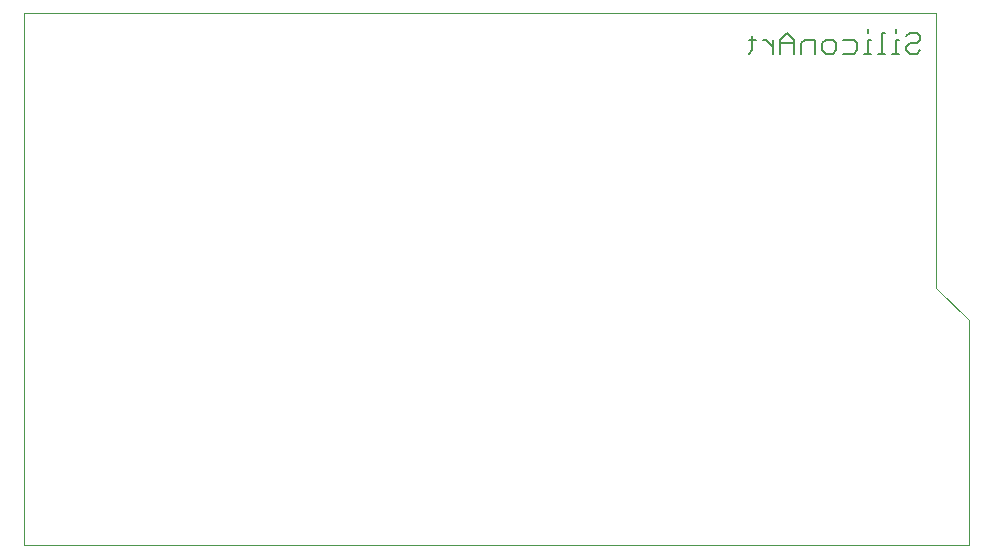
<source format=gbo>
G75*
%MOIN*%
%OFA0B0*%
%FSLAX24Y24*%
%IPPOS*%
%LPD*%
%AMOC8*
5,1,8,0,0,1.08239X$1,22.5*
%
%ADD10C,0.0000*%
%ADD11C,0.0060*%
D10*
X000149Y000149D02*
X000149Y017866D01*
X030563Y017866D01*
X030563Y008712D01*
X031645Y007630D01*
X031645Y000149D01*
X000149Y000149D01*
D11*
X024325Y016518D02*
X024442Y016635D01*
X024442Y017102D01*
X024559Y016985D02*
X024325Y016985D01*
X024792Y016985D02*
X024908Y016985D01*
X025142Y016751D01*
X025142Y016518D02*
X025142Y016985D01*
X025375Y016985D02*
X025375Y016518D01*
X025375Y016868D02*
X025842Y016868D01*
X025842Y016985D02*
X025608Y017218D01*
X025375Y016985D01*
X025842Y016985D02*
X025842Y016518D01*
X026074Y016518D02*
X026074Y016868D01*
X026191Y016985D01*
X026541Y016985D01*
X026541Y016518D01*
X026774Y016635D02*
X026774Y016868D01*
X026891Y016985D01*
X027125Y016985D01*
X027241Y016868D01*
X027241Y016635D01*
X027125Y016518D01*
X026891Y016518D01*
X026774Y016635D01*
X027474Y016518D02*
X027824Y016518D01*
X027941Y016635D01*
X027941Y016868D01*
X027824Y016985D01*
X027474Y016985D01*
X028291Y016985D02*
X028291Y016518D01*
X028408Y016518D02*
X028174Y016518D01*
X028641Y016518D02*
X028874Y016518D01*
X028757Y016518D02*
X028757Y017218D01*
X028874Y017218D01*
X029224Y017218D02*
X029224Y017335D01*
X029573Y017102D02*
X029690Y017218D01*
X029924Y017218D01*
X030040Y017102D01*
X030040Y016985D01*
X029924Y016868D01*
X029690Y016868D01*
X029573Y016751D01*
X029573Y016635D01*
X029690Y016518D01*
X029924Y016518D01*
X030040Y016635D01*
X029341Y016518D02*
X029107Y016518D01*
X029224Y016518D02*
X029224Y016985D01*
X029341Y016985D01*
X028408Y016985D02*
X028291Y016985D01*
X028291Y017218D02*
X028291Y017335D01*
M02*

</source>
